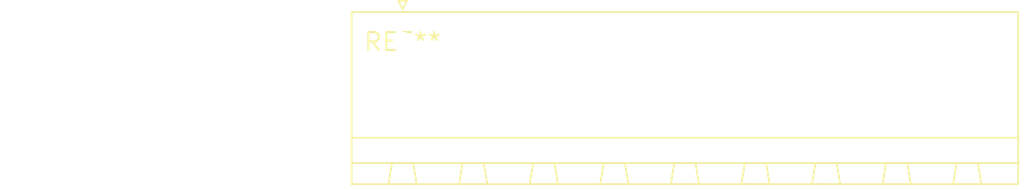
<source format=kicad_pcb>
(kicad_pcb (version 20240108) (generator pcbnew)
  (layers (0 "F.Cu" signal) (31 "B.Cu" signal) (34 "B.Paste" user) (35 "F.Paste" user) (36 "B.SilkS" user "B.Silkscreen") (37 "F.SilkS" user "F.Silkscreen") (38 "B.Mask" user) (39 "F.Mask" user) (44 "Edge.Cuts" user))
  (net 0 "")
  (footprint "PhoenixContact_MSTBA_2,5_9-G_1x09_P5.00mm_Horizontal" (layer "F.Cu") (at 0 0)
    (property "Reference" "REF**")
    (property "Value" "PhoenixContact_MSTBA_2,5_9-G_1x09_P5.00mm_Horizontal")
    (fp_line (start -3.61 -2.11) (end -3.61 10.11) (layer "F.SilkS") (stroke (width 0.12)))
    (fp_line (start -3.61 6.81) (end 43.61 6.81) (layer "F.SilkS") (stroke (width 0.12)))
    (fp_line (start -3.61 8.61) (end -3.61 6.81) (layer "F.SilkS") (stroke (width 0.12)))
    (fp_line (start -3.61 10.11) (end 43.61 10.11) (layer "F.SilkS") (stroke (width 0.12)))
    (fp_line (start -1 10.11) (end 1 10.11) (layer "F.SilkS") (stroke (width 0.12)))
    (fp_line (start -0.75 8.61) (end -1 10.11) (layer "F.SilkS") (stroke (width 0.12)))
    (fp_line (start -0.3 -2.91) (end 0.3 -2.91) (layer "F.SilkS") (stroke (width 0.12)))
    (fp_line (start 0 -2.31) (end -0.3 -2.91) (layer "F.SilkS") (stroke (width 0.12)))
    (fp_line (start 0.3 -2.91) (end 0 -2.31) (layer "F.SilkS") (stroke (width 0.12)))
    (fp_line (start 0.75 8.61) (end -0.75 8.61) (layer "F.SilkS") (stroke (width 0.12)))
    (fp_line (start 1 10.11) (end 0.75 8.61) (layer "F.SilkS") (stroke (width 0.12)))
    (fp_line (start 4 10.11) (end 6 10.11) (layer "F.SilkS") (stroke (width 0.12)))
    (fp_line (start 4.25 8.61) (end 4 10.11) (layer "F.SilkS") (stroke (width 0.12)))
    (fp_line (start 5.75 8.61) (end 4.25 8.61) (layer "F.SilkS") (stroke (width 0.12)))
    (fp_line (start 6 10.11) (end 5.75 8.61) (layer "F.SilkS") (stroke (width 0.12)))
    (fp_line (start 9 10.11) (end 11 10.11) (layer "F.SilkS") (stroke (width 0.12)))
    (fp_line (start 9.25 8.61) (end 9 10.11) (layer "F.SilkS") (stroke (width 0.12)))
    (fp_line (start 10.75 8.61) (end 9.25 8.61) (layer "F.SilkS") (stroke (width 0.12)))
    (fp_line (start 11 10.11) (end 10.75 8.61) (layer "F.SilkS") (stroke (width 0.12)))
    (fp_line (start 14 10.11) (end 16 10.11) (layer "F.SilkS") (stroke (width 0.12)))
    (fp_line (start 14.25 8.61) (end 14 10.11) (layer "F.SilkS") (stroke (width 0.12)))
    (fp_line (start 15.75 8.61) (end 14.25 8.61) (layer "F.SilkS") (stroke (width 0.12)))
    (fp_line (start 16 10.11) (end 15.75 8.61) (layer "F.SilkS") (stroke (width 0.12)))
    (fp_line (start 19 10.11) (end 21 10.11) (layer "F.SilkS") (stroke (width 0.12)))
    (fp_line (start 19.25 8.61) (end 19 10.11) (layer "F.SilkS") (stroke (width 0.12)))
    (fp_line (start 20.75 8.61) (end 19.25 8.61) (layer "F.SilkS") (stroke (width 0.12)))
    (fp_line (start 21 10.11) (end 20.75 8.61) (layer "F.SilkS") (stroke (width 0.12)))
    (fp_line (start 24 10.11) (end 26 10.11) (layer "F.SilkS") (stroke (width 0.12)))
    (fp_line (start 24.25 8.61) (end 24 10.11) (layer "F.SilkS") (stroke (width 0.12)))
    (fp_line (start 25.75 8.61) (end 24.25 8.61) (layer "F.SilkS") (stroke (width 0.12)))
    (fp_line (start 26 10.11) (end 25.75 8.61) (layer "F.SilkS") (stroke (width 0.12)))
    (fp_line (start 29 10.11) (end 31 10.11) (layer "F.SilkS") (stroke (width 0.12)))
    (fp_line (start 29.25 8.61) (end 29 10.11) (layer "F.SilkS") (stroke (width 0.12)))
    (fp_line (start 30.75 8.61) (end 29.25 8.61) (layer "F.SilkS") (stroke (width 0.12)))
    (fp_line (start 31 10.11) (end 30.75 8.61) (layer "F.SilkS") (stroke (width 0.12)))
    (fp_line (start 34 10.11) (end 36 10.11) (layer "F.SilkS") (stroke (width 0.12)))
    (fp_line (start 34.25 8.61) (end 34 10.11) (layer "F.SilkS") (stroke (width 0.12)))
    (fp_line (start 35.75 8.61) (end 34.25 8.61) (layer "F.SilkS") (stroke (width 0.12)))
    (fp_line (start 36 10.11) (end 35.75 8.61) (layer "F.SilkS") (stroke (width 0.12)))
    (fp_line (start 39 10.11) (end 41 10.11) (layer "F.SilkS") (stroke (width 0.12)))
    (fp_line (start 39.25 8.61) (end 39 10.11) (layer "F.SilkS") (stroke (width 0.12)))
    (fp_line (start 40.75 8.61) (end 39.25 8.61) (layer "F.SilkS") (stroke (width 0.12)))
    (fp_line (start 41 10.11) (end 40.75 8.61) (layer "F.SilkS") (stroke (width 0.12)))
    (fp_line (start 43.61 -2.11) (end -3.61 -2.11) (layer "F.SilkS") (stroke (width 0.12)))
    (fp_line (start 43.61 6.81) (end 43.61 8.61) (layer "F.SilkS") (stroke (width 0.12)))
    (fp_line (start 43.61 8.61) (end -3.61 8.61) (layer "F.SilkS") (stroke (width 0.12)))
    (fp_line (start 43.61 10.11) (end 43.61 -2.11) (layer "F.SilkS") (stroke (width 0.12)))
    (pad "1" thru_hole roundrect (at 0 0) (size 2 3.6) (drill 1.4) (layers *.Cu *.Mask) (remove_unused_layers) (roundrect_rratio 0.125))
    (pad "2" thru_hole oval (at 5 0) (size 2 3.6) (drill 1.4) (layers *.Cu *.Mask) (remove_unused_layers))
    (pad "3" thru_hole oval (at 10 0) (size 2 3.6) (drill 1.4) (layers *.Cu *.Mask) (remove_unused_layers))
    (pad "4" thru_hole oval (at 15 0) (size 2 3.6) (drill 1.4) (layers *.Cu *.Mask) (remove_unused_layers))
    (pad "5" thru_hole oval (at 20 0) (size 2 3.6) (drill 1.4) (layers *.Cu *.Mask) (remove_unused_layers))
    (pad "6" thru_hole oval (at 25 0) (size 2 3.6) (drill 1.4) (layers *.Cu *.Mask) (remove_unused_layers))
    (pad "7" thru_hole oval (at 30 0) (size 2 3.6) (drill 1.4) (layers *.Cu *.Mask) (remove_unused_layers))
    (pad "8" thru_hole oval (at 35 0) (size 2 3.6) (drill 1.4) (layers *.Cu *.Mask) (remove_unused_layers))
    (pad "9" thru_hole oval (at 40 0) (size 2 3.6) (drill 1.4) (layers *.Cu *.Mask) (remove_unused_layers))
  )
)
</source>
